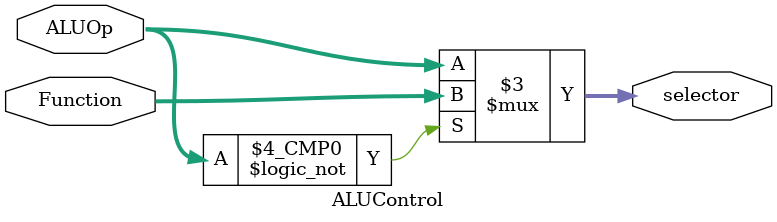
<source format=v>
module ALUControl
(
	input wire [5:0]Function,
	input wire [5:0]ALUOp,
	output reg [5:0]selector
);

	always @(*)
		begin
			case (ALUOp)
				6'b000000: 
					begin
						selector <= Function;
					end
				default:
					begin
						selector <= ALUOp;
					end
			endcase
		end

endmodule 
</source>
